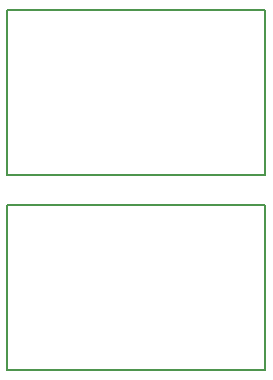
<source format=gbr>
%FSLAX45Y45*%
G04 Gerber Fmt 4.5, Leading zero omitted, Abs format (unit mm)*
G04 Created by KiCad (PCBNEW (2014-07-12 BZR 4289 GOST-COMMITTERS)-product) date 15.03.2017 23:16:08*
%MOMM*%
G01*
G04 APERTURE LIST*
%ADD10C,0.150000*%
G04 APERTURE END LIST*
D10*
X10007600Y-8357600D02*
X10007600Y-9754600D01*
X12192000Y-8357600D02*
X12192000Y-9754600D01*
X12192000Y-9754600D02*
X10007600Y-9754600D01*
X10007600Y-8357600D02*
X12192000Y-8357600D01*
X10007600Y-10007600D02*
X12192000Y-10007600D01*
X12192000Y-11404600D02*
X10007600Y-11404600D01*
X12192000Y-10007600D02*
X12192000Y-11404600D01*
X10007600Y-10007600D02*
X10007600Y-11404600D01*
M02*

</source>
